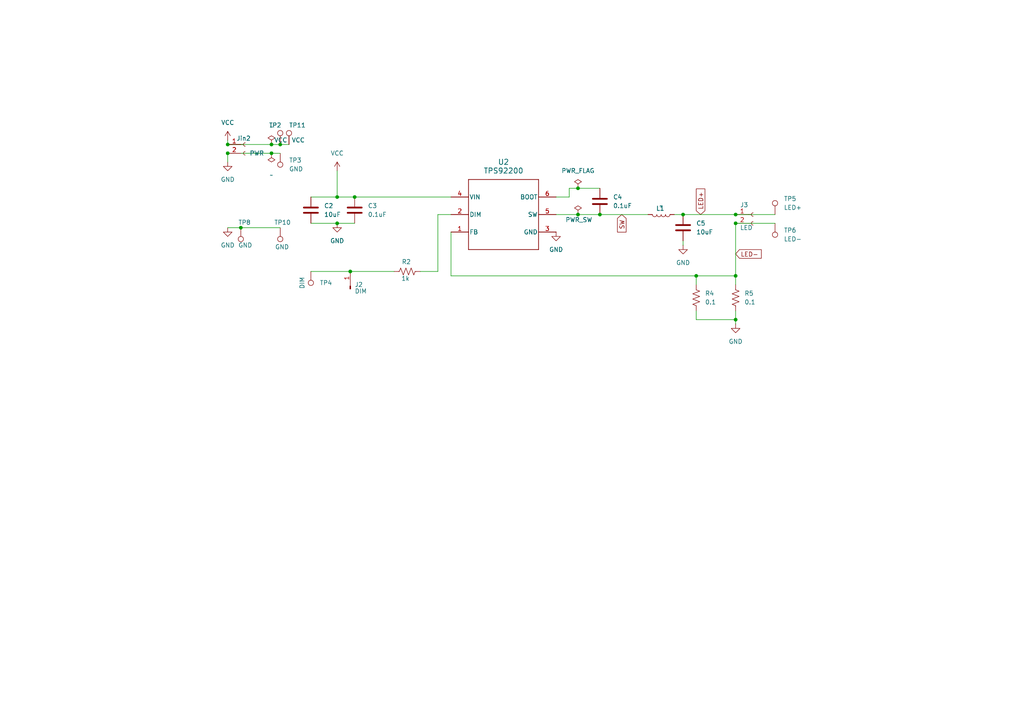
<source format=kicad_sch>
(kicad_sch (version 20231120) (generator "eeschema") (generator_version "8.0")
  (paper "A4")
  (title_block (title "Bike Light 2024") (rev "0"))
  (lib_symbols
    (symbol "2024-10-01_00-17-47:TPS92200D2DDCR" (pin_names (offset 0.254))
      (property "Reference" "U" (at 0 2.54 0))
      (property "Value" "TPS92200D2DDCR" (at 0 0 0))
      (symbol "TPS92200D2DDCR_0_1"
        (polyline (pts (xy -10.16 -10.16) (xy 10.16 -10.16)) (stroke (width 0.2032)))
        (polyline (pts (xy -10.16 10.16) (xy -10.16 -10.16)) (stroke (width 0.2032)))
        (polyline (pts (xy 10.16 -10.16) (xy 10.16 10.16)) (stroke (width 0.2032)))
        (polyline (pts (xy 10.16 10.16) (xy -10.16 10.16)) (stroke (width 0.2032)))
        (pin input line (at -15.24 -5.08 0) (length 5.08) (name "FB") (number "1"))
        (pin input line (at -15.24 0 0) (length 5.08) (name "DIM") (number "2"))
        (pin power_in line (at 15.24 -5.08 180) (length 5.08) (name "GND") (number "3"))
        (pin power_in line (at -15.24 5.08 0) (length 5.08) (name "VIN") (number "4"))
        (pin power_in line (at 15.24 0 180) (length 5.08) (name "SW") (number "5"))
        (pin power_in line (at 15.24 5.08 180) (length 5.08) (name "BOOT") (number "6"))
      )
    )
    (symbol "Connector:Conn_01x01_Pin" (pin_names (offset 1.016) hide)
      (property "Reference" "J" (at 0 2.54 0))
      (property "Value" "Conn_01x01_Pin" (at 0 -2.54 0))
      (symbol "Conn_01x01_Pin_1_1"
        (polyline (pts (xy 1.27 0) (xy 0.8636 0)) (stroke (width 0.1524)))
        (rectangle (start 0.8636 0.127) (end 0 -0.127) (stroke (width 0.1524)) (fill (type outline)))
        (pin passive line (at 5.08 0 180) (length 3.81) (name "Pin_1") (number "1"))
      )
    )
    (symbol "Connector:Conn_01x02_Socket" (pin_names (offset 1.016) hide)
      (property "Reference" "J" (at 0 2.54 0))
      (property "Value" "Conn_01x02_Socket" (at 0 -5.08 0))
      (symbol "Conn_01x02_Socket_1_1"
        (arc (start 0 -2.032) (mid -0.5058 -2.54) (end 0 -3.048) (stroke (width 0.1524)))
        (polyline (pts (xy -1.27 -2.54) (xy -0.508 -2.54)) (stroke (width 0.1524)))
        (polyline (pts (xy -1.27 0) (xy -0.508 0)) (stroke (width 0.1524)))
        (arc (start 0 0.508) (mid -0.5058 0) (end 0 -0.508) (stroke (width 0.1524)))
        (pin passive line (at -5.08 0 0) (length 3.81) (name "Pin_1") (number "1"))
        (pin passive line (at -5.08 -2.54 0) (length 3.81) (name "Pin_2") (number "2"))
      )
    )
    (symbol "Connector:TestPoint" (pin_numbers hide) (pin_names (offset 0.762) hide)
      (property "Reference" "TP" (at 0 6.858 0))
      (property "Value" "TestPoint" (at 0 5.08 0))
      (symbol "TestPoint_0_1"
        (circle (center 0 3.302) (radius 0.762))
      )
      (symbol "TestPoint_1_1"
        (pin passive line (at 0 0 90) (length 2.54) (name "1") (number "1"))
      )
    )
    (symbol "Device:C" (pin_numbers hide) (pin_names (offset 0.254))
      (property "Reference" "C" (at 0.635 2.54 0))
      (property "Value" "C" (at 0.635 -2.54 0))
      (symbol "C_0_1"
        (polyline (pts (xy -2.032 -0.762) (xy 2.032 -0.762)) (stroke (width 0.508)))
        (polyline (pts (xy -2.032 0.762) (xy 2.032 0.762)) (stroke (width 0.508)))
      )
      (symbol "C_1_1"
        (pin passive line (at 0 3.81 270) (length 2.794) (name "~") (number "1"))
        (pin passive line (at 0 -3.81 90) (length 2.794) (name "~") (number "2"))
      )
    )
    (symbol "Device:L" (pin_numbers hide) (pin_names (offset 1.016) hide)
      (property "Reference" "L" (at -1.27 0 90))
      (property "Value" "L" (at 1.905 0 90))
      (symbol "L_0_1"
        (arc (start 0 -2.54) (mid 0.6323 -1.905) (end 0 -1.27))
        (arc (start 0 -1.27) (mid 0.6323 -0.635) (end 0 0))
        (arc (start 0 0) (mid 0.6323 0.635) (end 0 1.27))
        (arc (start 0 1.27) (mid 0.6323 1.905) (end 0 2.54))
      )
      (symbol "L_1_1"
        (pin passive line (at 0 3.81 270) (length 1.27) (name "1") (number "1"))
        (pin passive line (at 0 -3.81 90) (length 1.27) (name "2") (number "2"))
      )
    )
    (symbol "Device:R_US" (pin_numbers hide) (pin_names (offset 0))
      (property "Reference" "R" (at 2.54 0 90))
      (property "Value" "R_US" (at -2.54 0 90))
      (symbol "R_US_0_1"
        (polyline (pts (xy 0 -2.286) (xy 0 -2.54)))
        (polyline (pts (xy 0 2.286) (xy 0 2.54)))
        (polyline (pts (xy 0 -0.762) (xy 1.016 -1.143) (xy 0 -1.524) (xy -1.016 -1.905) (xy 0 -2.286)))
        (polyline (pts (xy 0 0.762) (xy 1.016 0.381) (xy 0 0) (xy -1.016 -0.381) (xy 0 -0.762)))
        (polyline (pts (xy 0 2.286) (xy 1.016 1.905) (xy 0 1.524) (xy -1.016 1.143) (xy 0 0.762)))
      )
      (symbol "R_US_1_1"
        (pin passive line (at 0 3.81 270) (length 1.27) (name "~") (number "1"))
        (pin passive line (at 0 -3.81 90) (length 1.27) (name "~") (number "2"))
      )
    )
    (symbol "power:GND" (power) (pin_numbers hide) (pin_names (offset 0) hide)
      (property "Value" "GND" (at 0 -3.81 0))
      (symbol "GND_0_1"
        (polyline (pts (xy 0 0) (xy 0 -1.27) (xy 1.27 -1.27) (xy 0 -2.54) (xy -1.27 -1.27) (xy 0 -1.27)))
      )
      (symbol "GND_1_1"
        (pin power_in line (at 0 0 270) (length 0) (name "~") (number "1"))
      )
    )
    (symbol "power:PWR_FLAG" (power) (pin_numbers hide) (pin_names (offset 0) hide)
      (property "Value" "PWR_FLAG" (at 0 3.81 0))
      (symbol "PWR_FLAG_0_0"
        (pin power_out line (at 0 0 90) (length 0) (name "~") (number "1"))
      )
      (symbol "PWR_FLAG_0_1"
        (polyline (pts (xy 0 0) (xy 0 1.27) (xy -1.016 1.905) (xy 0 2.54) (xy 1.016 1.905) (xy 0 1.27)))
      )
    )
    (symbol "power:VCC" (power) (pin_numbers hide) (pin_names (offset 0) hide)
      (property "Value" "VCC" (at 0 3.556 0))
      (symbol "VCC_0_1"
        (polyline (pts (xy -0.762 1.27) (xy 0 2.54)))
        (polyline (pts (xy 0 0) (xy 0 2.54)))
        (polyline (pts (xy 0 2.54) (xy 0.762 1.27)))
      )
      (symbol "VCC_1_1"
        (pin power_in line (at 0 0 90) (length 0) (name "~") (number "1"))
      )
    )
  )
  (junction (at 167.64 54.61))
  (junction (at 78.74 41.91))
  (junction (at 198.12 62.23))
  (junction (at 69.85 66.04))
  (junction (at 66.04 41.91))
  (junction (at 173.99 62.23))
  (junction (at 101.6 78.74))
  (junction (at 201.93 80.01))
  (junction (at 81.28 41.91))
  (junction (at 97.79 64.77))
  (junction (at 78.74 44.45))
  (junction (at 167.64 62.23))
  (junction (at 213.36 80.01))
  (junction (at 213.36 62.23))
  (junction (at 213.36 92.71))
  (junction (at 66.04 44.45))
  (junction (at 97.79 57.15))
  (junction (at 102.87 57.15))
  (junction (at 213.36 64.77))
  (wire (pts (xy 213.36 64.77) (xy 213.36 80.01)))
  (wire (pts (xy 90.17 64.77) (xy 97.79 64.77)))
  (wire (pts (xy 165.1 54.61) (xy 167.64 54.61)))
  (wire (pts (xy 201.93 80.01) (xy 201.93 82.55)))
  (wire (pts (xy 97.79 64.77) (xy 102.87 64.77)))
  (wire (pts (xy 127 78.74) (xy 127 62.23)))
  (wire (pts (xy 161.29 57.15) (xy 165.1 57.15)))
  (wire (pts (xy 66.04 44.45) (xy 78.74 44.45)))
  (wire (pts (xy 97.79 49.53) (xy 97.79 57.15)))
  (wire (pts (xy 165.1 57.15) (xy 165.1 54.61)))
  (wire (pts (xy 167.64 62.23) (xy 173.99 62.23)))
  (wire (pts (xy 66.04 66.04) (xy 69.85 66.04)))
  (wire (pts (xy 213.36 92.71) (xy 213.36 93.98)))
  (wire (pts (xy 66.04 40.64) (xy 66.04 41.91)))
  (wire (pts (xy 69.85 66.04) (xy 81.28 66.04)))
  (wire (pts (xy 161.29 62.23) (xy 167.64 62.23)))
  (wire (pts (xy 167.64 54.61) (xy 173.99 54.61)))
  (wire (pts (xy 101.6 78.74) (xy 114.3 78.74)))
  (wire (pts (xy 78.74 44.45) (xy 81.28 44.45)))
  (wire (pts (xy 198.12 62.23) (xy 213.36 62.23)))
  (wire (pts (xy 102.87 57.15) (xy 130.81 57.15)))
  (wire (pts (xy 90.17 57.15) (xy 97.79 57.15)))
  (wire (pts (xy 201.93 80.01) (xy 213.36 80.01)))
  (wire (pts (xy 121.92 78.74) (xy 127 78.74)))
  (wire (pts (xy 213.36 82.55) (xy 213.36 80.01)))
  (wire (pts (xy 173.99 62.23) (xy 187.96 62.23)))
  (wire (pts (xy 97.79 57.15) (xy 102.87 57.15)))
  (wire (pts (xy 195.58 62.23) (xy 198.12 62.23)))
  (wire (pts (xy 213.36 90.17) (xy 213.36 92.71)))
  (wire (pts (xy 213.36 64.77) (xy 224.79 64.77)))
  (wire (pts (xy 78.74 41.91) (xy 81.28 41.91)))
  (wire (pts (xy 90.17 78.74) (xy 101.6 78.74)))
  (wire (pts (xy 130.81 67.31) (xy 130.81 80.01)))
  (wire (pts (xy 66.04 41.91) (xy 78.74 41.91)))
  (wire (pts (xy 66.04 44.45) (xy 66.04 46.99)))
  (wire (pts (xy 127 62.23) (xy 130.81 62.23)))
  (wire (pts (xy 81.28 41.91) (xy 83.82 41.91)))
  (wire (pts (xy 201.93 92.71) (xy 213.36 92.71)))
  (wire (pts (xy 198.12 69.85) (xy 198.12 71.12)))
  (wire (pts (xy 130.81 80.01) (xy 201.93 80.01)))
  (wire (pts (xy 201.93 90.17) (xy 201.93 92.71)))
  (wire (pts (xy 213.36 62.23) (xy 224.79 62.23)))
  (global_label "SW" (shape input) (at 180.34 62.23 270) (property "Intersheetrefs" "${INTERSHEET_REFS}" (effects (hide yes))))
  (global_label "LED-" (shape input) (at 213.36 73.66 0) (property "Intersheetrefs" "${INTERSHEET_REFS}" (effects (hide yes))))
  (global_label "LED+" (shape input) (at 203.2 62.23 90) (property "Intersheetrefs" "${INTERSHEET_REFS}" (effects (hide yes))))
  (symbol (lib_id "power:PWR_FLAG") (at 78.74 41.91 0) (unit 1)
    (property "Reference" "#FLG02" (effects (hide yes)))
    (property "Value" "~" (at 78.74 36.83 0))
    (property "Description" "Special symbol for telling ERC where power comes from" (effects (hide yes)))
  )
  (symbol (lib_id "Connector:TestPoint") (at 83.82 41.91 0) (unit 1)
    (property "Reference" "TP11" (at 83.82 36.322 0) (effects (justify left)))
    (property "Value" "VCC" (at 84.582 40.64 0) (effects (justify left)))
    (property "Footprint" "TestPoint:TestPoint_Pad_1.5x1.5mm" (effects (hide yes)))
    (property "Description" "test point" (effects (hide yes)))
  )
  (symbol (lib_id "Device:L") (at 191.77 62.23 270) (unit 1)
    (property "Reference" "L1" (at 191.516 60.452 90))
    (property "Value" "~" (at 191.77 59.69 90))
    (property "Footprint" "Inductor_SMD:L_Bourns_SRR1260" (effects (hide yes)))
    (property "Description" "Inductor" (effects (hide yes)))
  )
  (symbol (lib_id "2024-10-01_00-17-47:TPS92200D2DDCR") (at 146.05 62.23 0) (unit 1)
    (property "Reference" "U2" (at 146.05 46.99 0) (effects (font (size 1.524 1.524))))
    (property "Value" "TPS92200" (at 146.05 49.53 0) (effects (font (size 1.524 1.524))))
    (property "Footprint" "footprints:DDC0006A_N" (effects (hide yes)))
    (property "Datasheet" "TPS92200D2DDCR" (effects (hide yes)))
  )
  (symbol (lib_id "Device:R_US") (at 213.36 86.36 180) (unit 1)
    (property "Reference" "R5" (at 215.9 85.0899 0) (effects (justify right)))
    (property "Value" "0.1" (at 215.9 87.6299 0) (effects (justify right)))
    (property "Footprint" "Resistor_SMD:R_1206_3216Metric" (effects (hide yes)))
    (property "Description" "Resistor, US symbol" (effects (hide yes)))
  )
  (symbol (lib_id "power:GND") (at 198.12 71.12 0) (unit 1)
    (property "Reference" "#PWR05" (effects (hide yes)))
    (property "Value" "GND" (at 198.12 76.2 0))
    (property "Description" "Power symbol creates a global label with name \"GND\" , ground" (effects (hide yes)))
  )
  (symbol (lib_id "Connector:TestPoint") (at 81.28 44.45 180) (unit 1)
    (property "Reference" "TP3" (at 83.82 46.4819 0) (effects (justify right)))
    (property "Value" "GND" (at 83.82 49.0219 0) (effects (justify right)))
    (property "Footprint" "TestPoint:TestPoint_Pad_1.5x1.5mm" (effects (hide yes)))
    (property "Description" "test point" (effects (hide yes)))
  )
  (symbol (lib_id "Connector:TestPoint") (at 81.28 66.04 180) (unit 1)
    (property "Reference" "TP10" (at 79.502 64.516 0) (effects (justify right)))
    (property "Value" "GND" (at 79.756 71.628 0) (effects (justify right)))
    (property "Footprint" "TestPoint:TestPoint_Pad_1.5x1.5mm" (effects (hide yes)))
    (property "Description" "test point" (effects (hide yes)))
  )
  (symbol (lib_id "Connector:TestPoint") (at 81.28 41.91 0) (unit 1)
    (property "Reference" "TP2" (at 77.978 36.322 0) (effects (justify left)))
    (property "Value" "VCC" (at 79.502 40.64 0) (effects (justify left)))
    (property "Footprint" "TestPoint:TestPoint_Pad_1.5x1.5mm" (effects (hide yes)))
    (property "Description" "test point" (effects (hide yes)))
  )
  (symbol (lib_id "power:PWR_FLAG") (at 167.64 62.23 0) (unit 1)
    (property "Reference" "#FLG03" (effects (hide yes)))
    (property "Value" "PWR_SW" (at 167.894 63.754 0))
    (property "Description" "Special symbol for telling ERC where power comes from" (effects (hide yes)))
  )
  (symbol (lib_id "power:GND") (at 161.29 67.31 0) (unit 1)
    (property "Reference" "#PWR06" (effects (hide yes)))
    (property "Value" "GND" (at 161.29 72.39 0))
    (property "Description" "Power symbol creates a global label with name \"GND\" , ground" (effects (hide yes)))
  )
  (symbol (lib_id "power:VCC") (at 66.04 40.64 0) (unit 1)
    (property "Reference" "#PWR01" (effects (hide yes)))
    (property "Value" "VCC" (at 66.04 35.56 0))
    (property "Description" "Power symbol creates a global label with name \"VCC\"" (effects (hide yes)))
  )
  (symbol (lib_id "Connector:TestPoint") (at 90.17 78.74 180) (unit 1)
    (property "Reference" "TP4" (at 92.71 82.0419 0) (effects (justify right)))
    (property "Value" "DIM" (at 87.63 82.042 90))
    (property "Footprint" "TestPoint:TestPoint_Pad_1.5x1.5mm" (effects (hide yes)))
    (property "Description" "test point" (effects (hide yes)))
  )
  (symbol (lib_id "power:PWR_FLAG") (at 78.74 44.45 180) (unit 1)
    (property "Reference" "#FLG04" (effects (hide yes)))
    (property "Value" "~" (at 78.74 50.8 0))
    (property "Description" "Special symbol for telling ERC where power comes from" (effects (hide yes)))
  )
  (symbol (lib_id "Connector:TestPoint") (at 69.85 66.04 180) (unit 1)
    (property "Reference" "TP8" (at 69.088 64.516 0) (effects (justify right)))
    (property "Value" "GND" (at 69.088 71.12 0) (effects (justify right)))
    (property "Footprint" "TestPoint:TestPoint_Pad_1.5x1.5mm" (effects (hide yes)))
    (property "Description" "test point" (effects (hide yes)))
  )
  (symbol (lib_id "power:GND") (at 66.04 46.99 0) (unit 1)
    (property "Reference" "#PWR03" (effects (hide yes)))
    (property "Value" "GND" (at 66.04 52.07 0))
    (property "Description" "Power symbol creates a global label with name \"GND\" , ground" (effects (hide yes)))
  )
  (symbol (lib_id "Connector:Conn_01x02_Socket") (at 218.44 62.23 0) (unit 1)
    (property "Reference" "J3" (at 214.63 59.436 0) (effects (justify left)))
    (property "Value" "LED" (at 214.63 66.04 0) (effects (justify left)))
    (property "Footprint" "Connector_PinHeader_2.54mm:PinHeader_1x02_P2.54mm_Vertical" (effects (hide yes)))
    (property "Description" "Generic connector, single row, 01x02, script generated" (effects (hide yes)))
  )
  (symbol (lib_id "power:GND") (at 97.79 64.77 0) (unit 1)
    (property "Reference" "#PWR04" (effects (hide yes)))
    (property "Value" "GND" (at 97.79 69.85 0))
    (property "Description" "Power symbol creates a global label with name \"GND\" , ground" (effects (hide yes)))
  )
  (symbol (lib_id "Device:C") (at 198.12 66.04 0) (unit 1)
    (property "Reference" "C5" (at 201.93 64.7699 0) (effects (justify left)))
    (property "Value" "10uF" (at 201.93 67.3099 0) (effects (justify left)))
    (property "Footprint" "Capacitor_SMD:C_1210_3225Metric" (effects (hide yes)))
    (property "Description" "Unpolarized capacitor" (effects (hide yes)))
  )
  (symbol (lib_id "Device:C") (at 102.87 60.96 0) (unit 1)
    (property "Reference" "C3" (at 106.68 59.6899 0) (effects (justify left)))
    (property "Value" "0.1uF" (at 106.68 62.2299 0) (effects (justify left)))
    (property "Footprint" "Capacitor_SMD:C_0805_2012Metric" (effects (hide yes)))
    (property "Description" "Unpolarized capacitor" (effects (hide yes)))
  )
  (symbol (lib_id "power:GND") (at 66.04 66.04 0) (unit 1)
    (property "Reference" "#PWR08" (effects (hide yes)))
    (property "Value" "GND" (at 66.04 71.12 0))
    (property "Description" "Power symbol creates a global label with name \"GND\" , ground" (effects (hide yes)))
  )
  (symbol (lib_id "power:VCC") (at 97.79 49.53 0) (unit 1)
    (property "Reference" "#PWR02" (effects (hide yes)))
    (property "Value" "VCC" (at 97.79 44.45 0))
    (property "Description" "Power symbol creates a global label with name \"VCC\"" (effects (hide yes)))
  )
  (symbol (lib_id "power:PWR_FLAG") (at 167.64 54.61 0) (unit 1)
    (property "Reference" "#FLG05" (effects (hide yes)))
    (property "Value" "PWR_FLAG" (at 167.64 49.53 0))
    (property "Description" "Special symbol for telling ERC where power comes from" (effects (hide yes)))
  )
  (symbol (lib_id "Connector:Conn_01x02_Socket") (at 71.12 41.91 0) (unit 1)
    (property "Reference" "Jin2" (at 68.58 40.132 0) (effects (justify left)))
    (property "Value" "PWR" (at 72.39 44.4499 0) (effects (justify left)))
    (property "Footprint" "Connector_PinHeader_2.54mm:PinHeader_1x02_P2.54mm_Vertical" (effects (hide yes)))
    (property "Description" "Generic connector, single row, 01x02, script generated" (effects (hide yes)))
  )
  (symbol (lib_id "Device:R_US") (at 118.11 78.74 270) (unit 1)
    (property "Reference" "R2" (at 117.856 75.946 90))
    (property "Value" "1k" (at 117.602 80.772 90))
    (property "Footprint" "Resistor_SMD:R_0805_2012Metric" (effects (hide yes)))
    (property "Description" "Resistor, US symbol" (effects (hide yes)))
  )
  (symbol (lib_id "Connector:Conn_01x01_Pin") (at 101.6 83.82 90) (unit 1)
    (property "Reference" "J2" (at 102.87 82.5499 90) (effects (justify right)))
    (property "Value" "DIM" (at 102.87 84.455 90) (effects (justify right)))
    (property "Footprint" "Connector_PinHeader_2.54mm:PinHeader_1x01_P2.54mm_Vertical" (effects (hide yes)))
    (property "Description" "Generic connector, single row, 01x01, script generated" (effects (hide yes)))
  )
  (symbol (lib_id "power:GND") (at 213.36 93.98 0) (unit 1)
    (property "Reference" "#PWR07" (effects (hide yes)))
    (property "Value" "GND" (at 213.36 99.06 0))
    (property "Description" "Power symbol creates a global label with name \"GND\" , ground" (effects (hide yes)))
  )
  (symbol (lib_id "Connector:TestPoint") (at 224.79 64.77 180) (unit 1)
    (property "Reference" "TP6" (at 227.33 66.8019 0) (effects (justify right)))
    (property "Value" "LED-" (at 227.33 69.3419 0) (effects (justify right)))
    (property "Footprint" "TestPoint:TestPoint_Pad_1.5x1.5mm" (effects (hide yes)))
    (property "Description" "test point" (effects (hide yes)))
  )
  (symbol (lib_id "Device:C") (at 90.17 60.96 0) (unit 1)
    (property "Reference" "C2" (at 93.98 59.6899 0) (effects (justify left)))
    (property "Value" "10uF" (at 93.98 62.2299 0) (effects (justify left)))
    (property "Footprint" "Capacitor_SMD:C_1210_3225Metric" (effects (hide yes)))
    (property "Description" "Unpolarized capacitor" (effects (hide yes)))
  )
  (symbol (lib_id "Device:C") (at 173.99 58.42 0) (unit 1)
    (property "Reference" "C4" (at 177.8 57.1499 0) (effects (justify left)))
    (property "Value" "0.1uF" (at 177.8 59.6899 0) (effects (justify left)))
    (property "Footprint" "Capacitor_SMD:C_0805_2012Metric" (effects (hide yes)))
    (property "Description" "Unpolarized capacitor" (effects (hide yes)))
  )
  (symbol (lib_id "Connector:TestPoint") (at 224.79 62.23 0) (unit 1)
    (property "Reference" "TP5" (at 227.33 57.6579 0) (effects (justify left)))
    (property "Value" "LED+" (at 227.33 60.1979 0) (effects (justify left)))
    (property "Footprint" "TestPoint:TestPoint_Pad_1.5x1.5mm" (effects (hide yes)))
    (property "Description" "test point" (effects (hide yes)))
  )
  (symbol (lib_id "Device:R_US") (at 201.93 86.36 180) (unit 1)
    (property "Reference" "R4" (at 204.47 85.0899 0) (effects (justify right)))
    (property "Value" "0.1" (at 204.47 87.6299 0) (effects (justify right)))
    (property "Footprint" "Resistor_SMD:R_1206_3216Metric" (effects (hide yes)))
    (property "Description" "Resistor, US symbol" (effects (hide yes)))
  )
)
</source>
